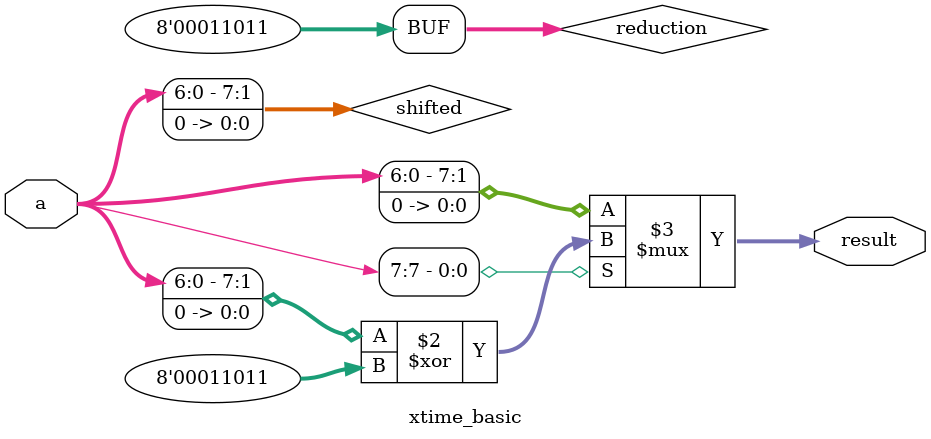
<source format=v>
module xtime_basic (
  input  [7:0] a,
  output [7:0] result
);
  wire [7:0] shifted;
  wire [7:0] reduction;

  assign shifted   = a << 1;           // multiply by x (shift left)
  assign reduction = 8'h1B;            // AES irreducible polynomial (0x1B)

  // If MSB was 1, XOR with 0x1B for modular reduction
  assign result = (a[7]) ? (shifted ^ reduction) : shifted;
endmodule

</source>
